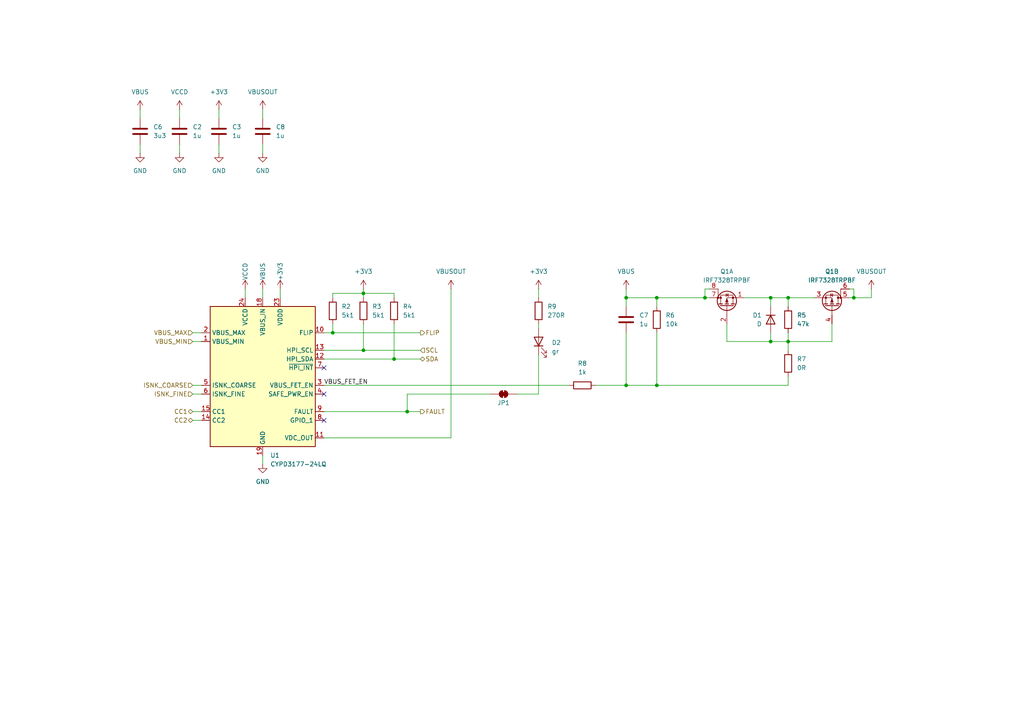
<source format=kicad_sch>
(kicad_sch (version 20231120) (generator "eeschema") (generator_version "8.0")
  (paper "A4")
  (title_block (date "2025-01-24") (rev "1.0"))
  (lib_symbols
    (symbol "Device:C" (pin_numbers hide) (pin_names (offset 0.254))
      (property "Reference" "C" (at 0.635 2.54 0))
      (property "Value" "C" (at 0.635 -2.54 0))
      (symbol "C_0_1"
        (polyline (pts (xy -2.032 -0.762) (xy 2.032 -0.762)) (stroke (width 0.508)))
        (polyline (pts (xy -2.032 0.762) (xy 2.032 0.762)) (stroke (width 0.508)))
      )
      (symbol "C_1_1"
        (pin passive line (at 0 3.81 270) (length 2.794) (name "~") (number "1"))
        (pin passive line (at 0 -3.81 90) (length 2.794) (name "~") (number "2"))
      )
    )
    (symbol "Device:D" (pin_numbers hide) (pin_names (offset 1.016) hide)
      (property "Reference" "D" (at 0 2.54 0))
      (property "Value" "D" (at 0 -2.54 0))
      (symbol "D_0_1"
        (polyline (pts (xy -1.27 1.27) (xy -1.27 -1.27)) (stroke (width 0.254)))
        (polyline (pts (xy 1.27 0) (xy -1.27 0)))
        (polyline (pts (xy 1.27 1.27) (xy 1.27 -1.27) (xy -1.27 0) (xy 1.27 1.27)) (stroke (width 0.254)))
      )
      (symbol "D_1_1"
        (pin passive line (at -3.81 0 0) (length 2.54) (name "K") (number "1"))
        (pin passive line (at 3.81 0 180) (length 2.54) (name "A") (number "2"))
      )
    )
    (symbol "Device:LED" (pin_numbers hide) (pin_names (offset 1.016) hide)
      (property "Reference" "D" (at 0 2.54 0))
      (property "Value" "LED" (at 0 -2.54 0))
      (symbol "LED_0_1"
        (polyline (pts (xy -1.27 -1.27) (xy -1.27 1.27)) (stroke (width 0.254)))
        (polyline (pts (xy -1.27 0) (xy 1.27 0)))
        (polyline (pts (xy 1.27 -1.27) (xy 1.27 1.27) (xy -1.27 0) (xy 1.27 -1.27)) (stroke (width 0.254)))
        (polyline (pts (xy -3.048 -0.762) (xy -4.572 -2.286) (xy -3.81 -2.286) (xy -4.572 -2.286) (xy -4.572 -1.524)))
        (polyline (pts (xy -1.778 -0.762) (xy -3.302 -2.286) (xy -2.54 -2.286) (xy -3.302 -2.286) (xy -3.302 -1.524)))
      )
      (symbol "LED_1_1"
        (pin passive line (at -3.81 0 0) (length 2.54) (name "K") (number "1"))
        (pin passive line (at 3.81 0 180) (length 2.54) (name "A") (number "2"))
      )
    )
    (symbol "Device:Q_Dual_PMOS_S1G1S2G2D2D2D1D1" (pin_names (offset 0) hide)
      (property "Reference" "Q" (at 6.35 1.27 0))
      (property "Value" "Q_Dual_PMOS_S1G1S2G2D2D2D1D1" (at 21.59 -1.27 0))
      (symbol "Q_Dual_PMOS_S1G1S2G2D2D2D1D1_0_1"
        (polyline (pts (xy 0.254 0) (xy -2.54 0)))
        (polyline (pts (xy 0.254 1.905) (xy 0.254 -1.905)) (stroke (width 0.254)))
        (polyline (pts (xy 0.762 -1.27) (xy 0.762 -2.286)) (stroke (width 0.254)))
        (polyline (pts (xy 0.762 0.508) (xy 0.762 -0.508)) (stroke (width 0.254)))
        (polyline (pts (xy 0.762 2.286) (xy 0.762 1.27)) (stroke (width 0.254)))
        (polyline (pts (xy 2.54 2.54) (xy 2.54 1.778)))
        (polyline (pts (xy 2.54 -2.54) (xy 2.54 0) (xy 0.762 0)))
        (polyline (pts (xy 0.762 1.778) (xy 3.302 1.778) (xy 3.302 -1.778) (xy 0.762 -1.778)))
        (polyline (pts (xy 2.286 0) (xy 1.27 0.381) (xy 1.27 -0.381) (xy 2.286 0)) (fill (type outline)))
        (polyline (pts (xy 2.794 -0.508) (xy 2.921 -0.381) (xy 3.683 -0.381) (xy 3.81 -0.254)))
        (polyline (pts (xy 3.302 -0.381) (xy 2.921 0.254) (xy 3.683 0.254) (xy 3.302 -0.381)))
        (circle (center 1.651 0) (radius 2.794) (stroke (width 0.254)))
        (circle (center 2.54 -1.778) (radius 0.254) (fill (type outline)))
        (circle (center 2.54 1.778) (radius 0.254) (fill (type outline)))
        (circle (center 2.54 2.54) (radius 0.254) (fill (type outline)))
        (rectangle (start 5.08 2.54) (end 2.54 2.54))
      )
      (symbol "Q_Dual_PMOS_S1G1S2G2D2D2D1D1_1_1"
        (pin passive line (at 2.54 -5.08 90) (length 2.54) (name "S") (number "1"))
        (pin input line (at -5.08 0 0) (length 2.54) (name "G") (number "2"))
        (pin passive line (at 2.54 5.08 270) (length 2.54) (name "D") (number "7"))
        (pin passive line (at 5.08 5.08 270) (length 2.54) (name "D") (number "8"))
      )
      (symbol "Q_Dual_PMOS_S1G1S2G2D2D2D1D1_2_1"
        (pin passive line (at 2.54 -5.08 90) (length 2.54) (name "S") (number "3"))
        (pin input line (at -5.08 0 0) (length 2.54) (name "G") (number "4"))
        (pin passive line (at 2.54 5.08 270) (length 2.54) (name "D") (number "5"))
        (pin passive line (at 5.08 5.08 270) (length 2.54) (name "D") (number "6"))
      )
    )
    (symbol "Device:R" (pin_numbers hide) (pin_names (offset 0))
      (property "Reference" "R" (at 2.032 0 90))
      (property "Value" "R" (at 0 0 90))
      (symbol "R_0_1"
        (rectangle (start -1.016 -2.54) (end 1.016 2.54) (stroke (width 0.254)))
      )
      (symbol "R_1_1"
        (pin passive line (at 0 3.81 270) (length 1.27) (name "~") (number "1"))
        (pin passive line (at 0 -3.81 90) (length 1.27) (name "~") (number "2"))
      )
    )
    (symbol "Interface_USB:CYPD3177-24LQ"
      (property "Reference" "U" (at -13.97 21.59 0))
      (property "Value" "CYPD3177-24LQ" (at 10.16 -21.59 0))
      (symbol "CYPD3177-24LQ_0_1"
        (rectangle (start -15.24 20.32) (end 15.24 -20.32) (stroke (width 0.254)) (fill (type background)))
      )
      (symbol "CYPD3177-24LQ_1_1"
        (pin input line (at -17.78 10.16 0) (length 2.54) (name "VBUS_MIN") (number "1"))
        (pin output line (at 17.78 12.7 180) (length 2.54) (name "FLIP") (number "10"))
        (pin output line (at 17.78 -17.78 180) (length 2.54) (name "VDC_OUT") (number "11"))
        (pin bidirectional line (at 17.78 5.08 180) (length 2.54) (name "HPI_SDA") (number "12"))
        (pin bidirectional line (at 17.78 7.62 180) (length 2.54) (name "HPI_SCL") (number "13"))
        (pin bidirectional line (at -17.78 -12.7 0) (length 2.54) (name "CC2") (number "14"))
        (pin bidirectional line (at -17.78 -10.16 0) (length 2.54) (name "CC1") (number "15"))
        (pin no_connect line (at -15.24 2.54 0) (length 2.54) hide (name "NC") (number "16"))
        (pin no_connect line (at -15.24 5.08 0) (length 2.54) hide (name "NC") (number "17"))
        (pin power_in line (at 0 22.86 270) (length 2.54) (name "VBUS_IN") (number "18"))
        (pin power_in line (at 0 -22.86 90) (length 2.54) (name "GND") (number "19"))
        (pin input line (at -17.78 12.7 0) (length 2.54) (name "VBUS_MAX") (number "2"))
        (pin no_connect line (at 15.24 17.78 180) (length 2.54) hide (name "NC") (number "20"))
        (pin no_connect line (at 15.24 15.24 180) (length 2.54) hide (name "NC") (number "21"))
        (pin passive line (at 0 -22.86 90) (length 2.54) hide (name "GND") (number "22"))
        (pin power_out line (at 5.08 22.86 270) (length 2.54) (name "VDDD") (number "23"))
        (pin power_out line (at -5.08 22.86 270) (length 2.54) (name "VCCD") (number "24"))
        (pin passive line (at 0 -22.86 90) (length 2.54) hide (name "GND") (number "25"))
        (pin output line (at 17.78 -2.54 180) (length 2.54) (name "VBUS_FET_EN") (number "3"))
        (pin output line (at 17.78 -5.08 180) (length 2.54) (name "SAFE_PWR_EN") (number "4"))
        (pin input line (at -17.78 -2.54 0) (length 2.54) (name "ISNK_COARSE") (number "5"))
        (pin input line (at -17.78 -5.08 0) (length 2.54) (name "ISNK_FINE") (number "6"))
        (pin input line (at 17.78 2.54 180) (length 2.54) (name "~{HPI_INT}") (number "7"))
        (pin bidirectional line (at 17.78 -12.7 180) (length 2.54) (name "GPIO_1") (number "8"))
        (pin output line (at 17.78 -10.16 180) (length 2.54) (name "FAULT") (number "9"))
      )
    )
    (symbol "Jumper:SolderJumper_2_Bridged" (pin_numbers hide) (pin_names (offset 0) hide) (exclude_from_sim yes) (in_bom no)
      (property "Reference" "JP" (at 0 2.032 0))
      (property "Value" "SolderJumper_2_Bridged" (at 0 -2.54 0))
      (symbol "SolderJumper_2_Bridged_0_1"
        (rectangle (start -0.508 0.508) (end 0.508 -0.508) (fill (type outline)))
        (arc (start -0.254 1.016) (mid -1.2656 0) (end -0.254 -1.016))
        (arc (start -0.254 1.016) (mid -1.2656 0) (end -0.254 -1.016) (fill (type outline)))
        (polyline (pts (xy -0.254 1.016) (xy -0.254 -1.016)))
        (polyline (pts (xy 0.254 1.016) (xy 0.254 -1.016)))
        (arc (start 0.254 -1.016) (mid 1.2656 0) (end 0.254 1.016))
        (arc (start 0.254 -1.016) (mid 1.2656 0) (end 0.254 1.016) (fill (type outline)))
      )
      (symbol "SolderJumper_2_Bridged_1_1"
        (pin passive line (at -3.81 0 0) (length 2.54) (name "A") (number "1"))
        (pin passive line (at 3.81 0 180) (length 2.54) (name "B") (number "2"))
      )
    )
    (symbol "power:+3V3" (power) (pin_numbers hide) (pin_names (offset 0) hide)
      (property "Value" "+3V3" (at 0 3.556 0))
      (symbol "+3V3_0_1"
        (polyline (pts (xy -0.762 1.27) (xy 0 2.54)))
        (polyline (pts (xy 0 0) (xy 0 2.54)))
        (polyline (pts (xy 0 2.54) (xy 0.762 1.27)))
      )
      (symbol "+3V3_1_1"
        (pin power_in line (at 0 0 90) (length 0) (name "~") (number "1"))
      )
    )
    (symbol "power:GND" (power) (pin_numbers hide) (pin_names (offset 0) hide)
      (property "Value" "GND" (at 0 -3.81 0))
      (symbol "GND_0_1"
        (polyline (pts (xy 0 0) (xy 0 -1.27) (xy 1.27 -1.27) (xy 0 -2.54) (xy -1.27 -1.27) (xy 0 -1.27)))
      )
      (symbol "GND_1_1"
        (pin power_in line (at 0 0 270) (length 0) (name "~") (number "1"))
      )
    )
    (symbol "power:VBUS" (power) (pin_numbers hide) (pin_names (offset 0) hide)
      (property "Value" "VBUS" (at 0 3.556 0))
      (symbol "VBUS_0_1"
        (polyline (pts (xy -0.762 1.27) (xy 0 2.54)))
        (polyline (pts (xy 0 0) (xy 0 2.54)))
        (polyline (pts (xy 0 2.54) (xy 0.762 1.27)))
      )
      (symbol "VBUS_1_1"
        (pin power_in line (at 0 0 90) (length 0) (name "~") (number "1"))
      )
    )
    (symbol "power:VCCQ" (power) (pin_numbers hide) (pin_names (offset 0) hide)
      (property "Value" "VCCQ" (at 0 3.556 0))
      (symbol "VCCQ_0_1"
        (polyline (pts (xy -0.762 1.27) (xy 0 2.54)))
        (polyline (pts (xy 0 0) (xy 0 2.54)))
        (polyline (pts (xy 0 2.54) (xy 0.762 1.27)))
      )
      (symbol "VCCQ_1_1"
        (pin power_in line (at 0 0 90) (length 0) (name "~") (number "1"))
      )
    )
  )
  (junction (at 118.11 119.38))
  (junction (at 181.61 111.76))
  (junction (at 105.41 85.09))
  (junction (at 223.52 86.36))
  (junction (at 190.5 86.36))
  (junction (at 204.47 86.36))
  (junction (at 223.52 99.06))
  (junction (at 190.5 111.76))
  (junction (at 228.6 86.36))
  (junction (at 181.61 86.36))
  (junction (at 228.6 99.06))
  (junction (at 105.41 101.6))
  (junction (at 247.65 86.36))
  (junction (at 114.3 104.14))
  (junction (at 96.52 96.52))
  (no_connect (at 93.98 121.92))
  (no_connect (at 93.98 106.68))
  (no_connect (at 93.98 114.3))
  (wire (pts (xy 252.73 86.36) (xy 252.73 83.82)))
  (wire (pts (xy 40.64 41.91) (xy 40.64 44.45)))
  (wire (pts (xy 81.28 83.82) (xy 81.28 86.36)))
  (wire (pts (xy 114.3 93.98) (xy 114.3 104.14)))
  (wire (pts (xy 105.41 83.82) (xy 105.41 85.09)))
  (wire (pts (xy 228.6 99.06) (xy 228.6 101.6)))
  (wire (pts (xy 93.98 101.6) (xy 105.41 101.6)))
  (wire (pts (xy 181.61 111.76) (xy 190.5 111.76)))
  (wire (pts (xy 215.9 86.36) (xy 223.52 86.36)))
  (wire (pts (xy 181.61 96.52) (xy 181.61 111.76)))
  (wire (pts (xy 210.82 99.06) (xy 223.52 99.06)))
  (wire (pts (xy 247.65 86.36) (xy 252.73 86.36)))
  (wire (pts (xy 228.6 86.36) (xy 236.22 86.36)))
  (wire (pts (xy 156.21 114.3) (xy 149.86 114.3)))
  (wire (pts (xy 118.11 119.38) (xy 121.92 119.38)))
  (wire (pts (xy 210.82 93.98) (xy 210.82 99.06)))
  (wire (pts (xy 55.88 114.3) (xy 58.42 114.3)))
  (wire (pts (xy 190.5 86.36) (xy 204.47 86.36)))
  (wire (pts (xy 63.5 41.91) (xy 63.5 44.45)))
  (wire (pts (xy 96.52 96.52) (xy 121.92 96.52)))
  (wire (pts (xy 172.72 111.76) (xy 181.61 111.76)))
  (wire (pts (xy 114.3 85.09) (xy 114.3 86.36)))
  (wire (pts (xy 223.52 86.36) (xy 228.6 86.36)))
  (wire (pts (xy 246.38 86.36) (xy 247.65 86.36)))
  (wire (pts (xy 55.88 111.76) (xy 58.42 111.76)))
  (wire (pts (xy 76.2 41.91) (xy 76.2 44.45)))
  (wire (pts (xy 96.52 85.09) (xy 105.41 85.09)))
  (wire (pts (xy 190.5 86.36) (xy 190.5 88.9)))
  (wire (pts (xy 241.3 93.98) (xy 241.3 99.06)))
  (wire (pts (xy 223.52 99.06) (xy 228.6 99.06)))
  (wire (pts (xy 190.5 96.52) (xy 190.5 111.76)))
  (wire (pts (xy 130.81 83.82) (xy 130.81 127)))
  (wire (pts (xy 93.98 96.52) (xy 96.52 96.52)))
  (wire (pts (xy 40.64 31.75) (xy 40.64 34.29)))
  (wire (pts (xy 93.98 104.14) (xy 114.3 104.14)))
  (wire (pts (xy 52.07 31.75) (xy 52.07 34.29)))
  (wire (pts (xy 105.41 85.09) (xy 105.41 86.36)))
  (wire (pts (xy 204.47 86.36) (xy 205.74 86.36)))
  (wire (pts (xy 205.74 83.82) (xy 204.47 83.82)))
  (wire (pts (xy 63.5 31.75) (xy 63.5 34.29)))
  (wire (pts (xy 204.47 83.82) (xy 204.47 86.36)))
  (wire (pts (xy 76.2 31.75) (xy 76.2 34.29)))
  (wire (pts (xy 96.52 86.36) (xy 96.52 85.09)))
  (wire (pts (xy 114.3 104.14) (xy 121.92 104.14)))
  (wire (pts (xy 96.52 93.98) (xy 96.52 96.52)))
  (wire (pts (xy 55.88 121.92) (xy 58.42 121.92)))
  (wire (pts (xy 165.1 111.76) (xy 93.98 111.76)))
  (wire (pts (xy 156.21 95.25) (xy 156.21 93.98)))
  (wire (pts (xy 55.88 119.38) (xy 58.42 119.38)))
  (wire (pts (xy 118.11 114.3) (xy 118.11 119.38)))
  (wire (pts (xy 181.61 86.36) (xy 190.5 86.36)))
  (wire (pts (xy 142.24 114.3) (xy 118.11 114.3)))
  (wire (pts (xy 181.61 83.82) (xy 181.61 86.36)))
  (wire (pts (xy 55.88 99.06) (xy 58.42 99.06)))
  (wire (pts (xy 228.6 96.52) (xy 228.6 99.06)))
  (wire (pts (xy 76.2 132.08) (xy 76.2 134.62)))
  (wire (pts (xy 156.21 102.87) (xy 156.21 114.3)))
  (wire (pts (xy 223.52 96.52) (xy 223.52 99.06)))
  (wire (pts (xy 246.38 83.82) (xy 247.65 83.82)))
  (wire (pts (xy 228.6 99.06) (xy 241.3 99.06)))
  (wire (pts (xy 130.81 127) (xy 93.98 127)))
  (wire (pts (xy 181.61 86.36) (xy 181.61 88.9)))
  (wire (pts (xy 190.5 111.76) (xy 228.6 111.76)))
  (wire (pts (xy 105.41 93.98) (xy 105.41 101.6)))
  (wire (pts (xy 223.52 86.36) (xy 223.52 88.9)))
  (wire (pts (xy 93.98 119.38) (xy 118.11 119.38)))
  (wire (pts (xy 228.6 111.76) (xy 228.6 109.22)))
  (wire (pts (xy 105.41 101.6) (xy 121.92 101.6)))
  (wire (pts (xy 105.41 85.09) (xy 114.3 85.09)))
  (wire (pts (xy 228.6 86.36) (xy 228.6 88.9)))
  (wire (pts (xy 71.12 83.82) (xy 71.12 86.36)))
  (wire (pts (xy 247.65 83.82) (xy 247.65 86.36)))
  (wire (pts (xy 52.07 41.91) (xy 52.07 44.45)))
  (wire (pts (xy 76.2 83.82) (xy 76.2 86.36)))
  (wire (pts (xy 55.88 96.52) (xy 58.42 96.52)))
  (wire (pts (xy 156.21 83.82) (xy 156.21 86.36)))
  (label "VBUS_FET_EN" (at 93.98 111.76 0))
  (hierarchical_label "SCL" (shape input) (at 121.92 101.6 0))
  (hierarchical_label "VBUS_MIN" (shape input) (at 55.88 99.06 180))
  (hierarchical_label "CC1" (shape bidirectional) (at 55.88 119.38 180))
  (hierarchical_label "ISNK_FINE" (shape input) (at 55.88 114.3 180))
  (hierarchical_label "FLIP" (shape output) (at 121.92 96.52 0))
  (hierarchical_label "CC2" (shape bidirectional) (at 55.88 121.92 180))
  (hierarchical_label "SDA" (shape bidirectional) (at 121.92 104.14 0))
  (hierarchical_label "FAULT" (shape output) (at 121.92 119.38 0))
  (hierarchical_label "ISNK_COARSE" (shape input) (at 55.88 111.76 180))
  (hierarchical_label "VBUS_MAX" (shape input) (at 55.88 96.52 180))
  (symbol (lib_id "Device:R") (at 228.6 105.41 0) (unit 1)
    (property "Reference" "R7" (at 231.14 104.1399 0) (effects (justify left)))
    (property "Value" "0R" (at 231.14 106.6799 0) (effects (justify left)))
    (property "Footprint" "Resistor_SMD:R_0805_2012Metric" (effects (hide yes)))
    (property "Description" "Resistor" (effects (hide yes)))
  )
  (symbol (lib_id "Interface_USB:CYPD3177-24LQ") (at 76.2 109.22 0) (unit 1)
    (property "Reference" "U1" (at 78.3941 132.08 0) (effects (justify left)))
    (property "Value" "CYPD3177-24LQ" (at 78.3941 134.62 0) (effects (justify left)))
    (property "Footprint" "Package_DFN_QFN:QFN-24-1EP_4x4mm_P0.5mm_EP2.75x2.75mm" (effects (hide yes)))
    (property "Datasheet" "https://www.infineon.com/dgdl/Infineon-EZ-PD_BCR_Datasheet_USB_Type-C_Port_Controller_for_Power_Sinks-DataSheet-v03_00-EN.pdf?fileId=8ac78c8c7d0d8da4017d0ee7ce9d70ad" (effects (hide yes)))
    (property "Description" "Stand-alone USB PD controller (with sink Auto-run mode), QFN-24" (effects (hide yes)))
  )
  (symbol (lib_id "power:VCCQ") (at 71.12 83.82 0) (unit 1)
    (property "Reference" "#PWR010" (effects (hide yes)))
    (property "Value" "VCCD" (at 71.12 78.74 90))
    (property "Description" "Power symbol creates a global label with name \"VCCQ\"" (effects (hide yes)))
  )
  (symbol (lib_id "power:GND") (at 63.5 44.45 0) (unit 1)
    (property "Reference" "#PWR012" (effects (hide yes)))
    (property "Value" "GND" (at 63.5 49.53 0))
    (property "Description" "Power symbol creates a global label with name \"GND\" , ground" (effects (hide yes)))
  )
  (symbol (lib_id "power:GND") (at 40.64 44.45 0) (unit 1)
    (property "Reference" "#PWR015" (effects (hide yes)))
    (property "Value" "GND" (at 40.64 49.53 0))
    (property "Description" "Power symbol creates a global label with name \"GND\" , ground" (effects (hide yes)))
  )
  (symbol (lib_id "power:+3V3") (at 63.5 31.75 0) (unit 1)
    (property "Reference" "#PWR014" (effects (hide yes)))
    (property "Value" "+3V3" (at 63.5 26.67 0))
    (property "Description" "Power symbol creates a global label with name \"+3V3\"" (effects (hide yes)))
  )
  (symbol (lib_id "power:GND") (at 76.2 134.62 0) (unit 1)
    (property "Reference" "#PWR06" (effects (hide yes)))
    (property "Value" "GND" (at 76.2 139.7 0))
    (property "Description" "Power symbol creates a global label with name \"GND\" , ground" (effects (hide yes)))
  )
  (symbol (lib_id "Device:C") (at 63.5 38.1 0) (unit 1)
    (property "Reference" "C3" (at 67.31 36.8299 0) (effects (justify left)))
    (property "Value" "1u" (at 67.31 39.3699 0) (effects (justify left)))
    (property "Footprint" "Capacitor_SMD:C_0805_2012Metric" (effects (hide yes)))
    (property "Description" "Unpolarized capacitor" (effects (hide yes)))
  )
  (symbol (lib_id "power:VCCQ") (at 130.81 83.82 0) (unit 1)
    (property "Reference" "#PWR022" (effects (hide yes)))
    (property "Value" "VBUSOUT" (at 130.81 78.74 0))
    (property "Description" "Power symbol creates a global label with name \"VCCQ\"" (effects (hide yes)))
  )
  (symbol (lib_id "Device:C") (at 76.2 38.1 0) (unit 1)
    (property "Reference" "C8" (at 80.01 36.8299 0) (effects (justify left)))
    (property "Value" "1u" (at 80.01 39.3699 0) (effects (justify left)))
    (property "Footprint" "Capacitor_SMD:C_0805_2012Metric" (effects (hide yes)))
    (property "Description" "Unpolarized capacitor" (effects (hide yes)))
  )
  (symbol (lib_id "power:VBUS") (at 40.64 31.75 0) (unit 1)
    (property "Reference" "#PWR05" (effects (hide yes)))
    (property "Value" "VBUS" (at 40.64 26.67 0))
    (property "Description" "Power symbol creates a global label with name \"VBUS\"" (effects (hide yes)))
  )
  (symbol (lib_id "Device:R") (at 190.5 92.71 0) (unit 1)
    (property "Reference" "R6" (at 193.04 91.4399 0) (effects (justify left)))
    (property "Value" "10k" (at 193.04 93.9799 0) (effects (justify left)))
    (property "Footprint" "Resistor_SMD:R_0805_2012Metric" (effects (hide yes)))
    (property "Description" "Resistor" (effects (hide yes)))
  )
  (symbol (lib_id "Device:R") (at 228.6 92.71 0) (unit 1)
    (property "Reference" "R5" (at 231.14 91.4399 0) (effects (justify left)))
    (property "Value" "47k" (at 231.14 93.9799 0) (effects (justify left)))
    (property "Footprint" "Resistor_SMD:R_0805_2012Metric" (effects (hide yes)))
    (property "Description" "Resistor" (effects (hide yes)))
  )
  (symbol (lib_id "power:GND") (at 52.07 44.45 0) (unit 1)
    (property "Reference" "#PWR08" (effects (hide yes)))
    (property "Value" "GND" (at 52.07 49.53 0))
    (property "Description" "Power symbol creates a global label with name \"GND\" , ground" (effects (hide yes)))
  )
  (symbol (lib_id "power:+3V3") (at 156.21 83.82 0) (unit 1)
    (property "Reference" "#PWR023" (effects (hide yes)))
    (property "Value" "+3V3" (at 156.21 78.74 0))
    (property "Description" "Power symbol creates a global label with name \"+3V3\"" (effects (hide yes)))
  )
  (symbol (lib_id "power:+3V3") (at 105.41 83.82 0) (unit 1)
    (property "Reference" "#PWR017" (effects (hide yes)))
    (property "Value" "+3V3" (at 105.41 78.74 0))
    (property "Description" "Power symbol creates a global label with name \"+3V3\"" (effects (hide yes)))
  )
  (symbol (lib_id "Device:R") (at 168.91 111.76 270) (unit 1)
    (property "Reference" "R8" (at 168.91 105.41 90))
    (property "Value" "1k" (at 168.91 107.95 90))
    (property "Footprint" "Resistor_SMD:R_0805_2012Metric" (effects (hide yes)))
    (property "Description" "Resistor" (effects (hide yes)))
  )
  (symbol (lib_id "power:VCCQ") (at 52.07 31.75 0) (unit 1)
    (property "Reference" "#PWR09" (effects (hide yes)))
    (property "Value" "VCCD" (at 52.07 26.67 0))
    (property "Description" "Power symbol creates a global label with name \"VCCQ\"" (effects (hide yes)))
  )
  (symbol (lib_id "Device:Q_Dual_PMOS_S1G1S2G2D2D2D1D1") (at 241.3 88.9 270) (mirror x) (unit 2)
    (property "Reference" "Q1" (at 241.3 78.74 90))
    (property "Value" "IRF7328TRPBF" (at 241.3 81.28 90))
    (property "Footprint" "Package_SO:SO-8_3.9x4.9mm_P1.27mm" (effects (hide yes)))
    (property "Description" "Dual PMOS transistor, 8 pin package" (effects (hide yes)))
  )
  (symbol (lib_id "power:VBUS") (at 76.2 83.82 0) (unit 1)
    (property "Reference" "#PWR016" (effects (hide yes)))
    (property "Value" "VBUS" (at 76.2 78.74 90))
    (property "Description" "Power symbol creates a global label with name \"VBUS\"" (effects (hide yes)))
  )
  (symbol (lib_id "Device:R") (at 114.3 90.17 0) (unit 1)
    (property "Reference" "R4" (at 116.84 88.8999 0) (effects (justify left)))
    (property "Value" "5k1" (at 116.84 91.4399 0) (effects (justify left)))
    (property "Footprint" "Resistor_SMD:R_0805_2012Metric" (effects (hide yes)))
    (property "Description" "Resistor" (effects (hide yes)))
  )
  (symbol (lib_id "Jumper:SolderJumper_2_Bridged") (at 146.05 114.3 180) (unit 1) (exclude_from_sim yes) (in_bom no)
    (property "Reference" "JP1" (at 146.05 116.84 0))
    (property "Value" "SolderJumper_2_Bridged" (effects (hide yes)))
    (property "Footprint" "Jumper:SolderJumper-2_P1.3mm_Bridged_RoundedPad1.0x1.5mm" (effects (hide yes)))
    (property "Description" "Solder Jumper, 2-pole, closed/bridged" (effects (hide yes)))
  )
  (symbol (lib_id "Device:C") (at 181.61 92.71 0) (unit 1)
    (property "Reference" "C7" (at 185.42 91.4399 0) (effects (justify left)))
    (property "Value" "1u" (at 185.42 93.9799 0) (effects (justify left)))
    (property "Footprint" "Capacitor_SMD:C_0805_2012Metric" (effects (hide yes)))
    (property "Description" "Unpolarized capacitor" (effects (hide yes)))
  )
  (symbol (lib_id "power:VCCQ") (at 76.2 31.75 0) (unit 1)
    (property "Reference" "#PWR020" (effects (hide yes)))
    (property "Value" "VBUSOUT" (at 76.2 26.67 0))
    (property "Description" "Power symbol creates a global label with name \"VCCQ\"" (effects (hide yes)))
  )
  (symbol (lib_id "power:+3V3") (at 81.28 83.82 0) (unit 1)
    (property "Reference" "#PWR07" (effects (hide yes)))
    (property "Value" "+3V3" (at 81.28 78.74 90))
    (property "Description" "Power symbol creates a global label with name \"+3V3\"" (effects (hide yes)))
  )
  (symbol (lib_id "Device:R") (at 105.41 90.17 0) (unit 1)
    (property "Reference" "R3" (at 107.95 88.8999 0) (effects (justify left)))
    (property "Value" "5k1" (at 107.95 91.4399 0) (effects (justify left)))
    (property "Footprint" "Resistor_SMD:R_0805_2012Metric" (effects (hide yes)))
    (property "Description" "Resistor" (effects (hide yes)))
  )
  (symbol (lib_id "Device:Q_Dual_PMOS_S1G1S2G2D2D2D1D1") (at 210.82 88.9 90) (unit 1)
    (property "Reference" "Q1" (at 210.82 78.74 90))
    (property "Value" "IRF7328TRPBF" (at 210.82 81.28 90))
    (property "Footprint" "Package_SO:SO-8_3.9x4.9mm_P1.27mm" (effects (hide yes)))
    (property "Description" "Dual PMOS transistor, 8 pin package" (effects (hide yes)))
  )
  (symbol (lib_id "Device:R") (at 96.52 90.17 0) (unit 1)
    (property "Reference" "R2" (at 99.06 88.8999 0) (effects (justify left)))
    (property "Value" "5k1" (at 99.06 91.4399 0) (effects (justify left)))
    (property "Footprint" "Resistor_SMD:R_0805_2012Metric" (effects (hide yes)))
    (property "Description" "Resistor" (effects (hide yes)))
  )
  (symbol (lib_id "power:VCCQ") (at 252.73 83.82 0) (unit 1)
    (property "Reference" "#PWR019" (effects (hide yes)))
    (property "Value" "VBUSOUT" (at 252.73 78.74 0))
    (property "Description" "Power symbol creates a global label with name \"VCCQ\"" (effects (hide yes)))
  )
  (symbol (lib_id "Device:R") (at 156.21 90.17 180) (unit 1)
    (property "Reference" "R9" (at 158.75 88.8999 0) (effects (justify right)))
    (property "Value" "270R" (at 158.75 91.4399 0) (effects (justify right)))
    (property "Footprint" "Resistor_SMD:R_0805_2012Metric" (effects (hide yes)))
    (property "Description" "Resistor" (effects (hide yes)))
  )
  (symbol (lib_id "Device:D") (at 223.52 92.71 90) (mirror x) (unit 1)
    (property "Reference" "D1" (at 220.98 91.4399 90) (effects (justify left)))
    (property "Value" "D" (at 220.98 93.9799 90) (effects (justify left)))
    (property "Footprint" "Diode_SMD:D_SOD-123" (effects (hide yes)))
    (property "Description" "Diode" (effects (hide yes)))
    (property "Sim.Device" "D" (effects (hide yes)))
    (property "Sim.Pins" "1=K 2=A" (effects (hide yes)))
  )
  (symbol (lib_id "Device:C") (at 40.64 38.1 0) (unit 1)
    (property "Reference" "C6" (at 44.45 36.8299 0) (effects (justify left)))
    (property "Value" "3u3" (at 44.45 39.3699 0) (effects (justify left)))
    (property "Footprint" "Capacitor_SMD:C_0805_2012Metric" (effects (hide yes)))
    (property "Description" "Unpolarized capacitor" (effects (hide yes)))
  )
  (symbol (lib_id "power:VBUS") (at 181.61 83.82 0) (unit 1)
    (property "Reference" "#PWR018" (effects (hide yes)))
    (property "Value" "VBUS" (at 181.61 78.74 0))
    (property "Description" "Power symbol creates a global label with name \"VBUS\"" (effects (hide yes)))
  )
  (symbol (lib_id "Device:LED") (at 156.21 99.06 90) (unit 1)
    (property "Reference" "D2" (at 160.02 99.3774 90) (effects (justify right)))
    (property "Value" "gr" (at 160.02 101.9174 90) (effects (justify right)))
    (property "Footprint" "LED_SMD:LED_0603_1608Metric" (effects (hide yes)))
    (property "Description" "Light emitting diode" (effects (hide yes)))
  )
  (symbol (lib_id "Device:C") (at 52.07 38.1 0) (unit 1)
    (property "Reference" "C2" (at 55.88 36.8299 0) (effects (justify left)))
    (property "Value" "1u" (at 55.88 39.3699 0) (effects (justify left)))
    (property "Footprint" "Capacitor_SMD:C_0805_2012Metric" (effects (hide yes)))
    (property "Description" "Unpolarized capacitor" (effects (hide yes)))
  )
  (symbol (lib_id "power:GND") (at 76.2 44.45 0) (unit 1)
    (property "Reference" "#PWR021" (effects (hide yes)))
    (property "Value" "GND" (at 76.2 49.53 0))
    (property "Description" "Power symbol creates a global label with name \"GND\" , ground" (effects (hide yes)))
  )
)
</source>
